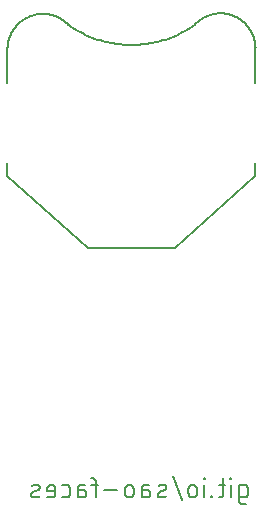
<source format=gbo>
G04 EAGLE Gerber X2 export*
G75*
%MOMM*%
%FSLAX34Y34*%
%LPD*%
%AMOC8*
5,1,8,0,0,1.08239X$1,22.5*%
G01*
%ADD10C,0.152400*%
%ADD11C,0.203200*%


D10*
X345056Y85852D02*
X349571Y85852D01*
X349672Y85854D01*
X349773Y85860D01*
X349874Y85869D01*
X349975Y85882D01*
X350075Y85899D01*
X350174Y85920D01*
X350272Y85944D01*
X350369Y85972D01*
X350466Y86004D01*
X350561Y86039D01*
X350654Y86078D01*
X350746Y86120D01*
X350837Y86166D01*
X350926Y86215D01*
X351012Y86267D01*
X351097Y86323D01*
X351180Y86381D01*
X351260Y86443D01*
X351338Y86508D01*
X351414Y86575D01*
X351487Y86645D01*
X351557Y86718D01*
X351624Y86794D01*
X351689Y86872D01*
X351751Y86952D01*
X351809Y87035D01*
X351865Y87120D01*
X351917Y87206D01*
X351966Y87295D01*
X352012Y87386D01*
X352054Y87478D01*
X352093Y87571D01*
X352128Y87666D01*
X352160Y87763D01*
X352188Y87860D01*
X352212Y87958D01*
X352233Y88057D01*
X352250Y88157D01*
X352263Y88258D01*
X352272Y88359D01*
X352278Y88460D01*
X352280Y88561D01*
X352281Y88561D02*
X352281Y93980D01*
X352280Y93980D02*
X352278Y94081D01*
X352272Y94182D01*
X352263Y94283D01*
X352250Y94384D01*
X352233Y94484D01*
X352212Y94583D01*
X352188Y94681D01*
X352160Y94778D01*
X352128Y94875D01*
X352093Y94970D01*
X352054Y95063D01*
X352012Y95155D01*
X351966Y95246D01*
X351917Y95335D01*
X351865Y95421D01*
X351809Y95506D01*
X351751Y95589D01*
X351689Y95669D01*
X351624Y95747D01*
X351557Y95823D01*
X351487Y95896D01*
X351414Y95966D01*
X351338Y96033D01*
X351260Y96098D01*
X351180Y96160D01*
X351097Y96218D01*
X351012Y96274D01*
X350926Y96326D01*
X350837Y96375D01*
X350746Y96421D01*
X350654Y96463D01*
X350561Y96502D01*
X350466Y96537D01*
X350369Y96569D01*
X350272Y96597D01*
X350174Y96621D01*
X350075Y96642D01*
X349975Y96659D01*
X349874Y96672D01*
X349773Y96681D01*
X349672Y96687D01*
X349571Y96689D01*
X345056Y96689D01*
X345056Y83143D01*
X345058Y83042D01*
X345064Y82941D01*
X345073Y82840D01*
X345086Y82739D01*
X345103Y82639D01*
X345124Y82540D01*
X345148Y82442D01*
X345176Y82345D01*
X345208Y82248D01*
X345243Y82153D01*
X345282Y82060D01*
X345324Y81968D01*
X345370Y81877D01*
X345419Y81789D01*
X345471Y81702D01*
X345527Y81617D01*
X345585Y81534D01*
X345647Y81454D01*
X345712Y81376D01*
X345779Y81300D01*
X345849Y81227D01*
X345922Y81157D01*
X345998Y81090D01*
X346076Y81025D01*
X346156Y80963D01*
X346239Y80905D01*
X346324Y80849D01*
X346411Y80797D01*
X346499Y80748D01*
X346590Y80702D01*
X346682Y80660D01*
X346775Y80621D01*
X346870Y80586D01*
X346967Y80554D01*
X347064Y80526D01*
X347162Y80502D01*
X347261Y80481D01*
X347361Y80464D01*
X347462Y80451D01*
X347563Y80442D01*
X347664Y80436D01*
X347765Y80434D01*
X347765Y80433D02*
X351378Y80433D01*
X338174Y85852D02*
X338174Y96689D01*
X338626Y101205D02*
X338626Y102108D01*
X337723Y102108D01*
X337723Y101205D01*
X338626Y101205D01*
X333184Y96689D02*
X327765Y96689D01*
X331378Y102108D02*
X331378Y88561D01*
X331376Y88460D01*
X331370Y88359D01*
X331361Y88258D01*
X331348Y88157D01*
X331331Y88057D01*
X331310Y87958D01*
X331286Y87860D01*
X331258Y87763D01*
X331226Y87666D01*
X331191Y87571D01*
X331152Y87478D01*
X331110Y87386D01*
X331064Y87295D01*
X331015Y87206D01*
X330963Y87120D01*
X330907Y87035D01*
X330849Y86952D01*
X330787Y86872D01*
X330722Y86794D01*
X330655Y86718D01*
X330585Y86645D01*
X330512Y86575D01*
X330436Y86508D01*
X330358Y86443D01*
X330278Y86381D01*
X330195Y86323D01*
X330110Y86267D01*
X330024Y86215D01*
X329935Y86166D01*
X329844Y86120D01*
X329752Y86078D01*
X329659Y86039D01*
X329564Y86004D01*
X329467Y85972D01*
X329370Y85944D01*
X329272Y85920D01*
X329173Y85899D01*
X329073Y85882D01*
X328972Y85869D01*
X328871Y85860D01*
X328770Y85854D01*
X328669Y85852D01*
X327765Y85852D01*
X322474Y85852D02*
X322474Y86755D01*
X321570Y86755D01*
X321570Y85852D01*
X322474Y85852D01*
X315770Y85852D02*
X315770Y96689D01*
X316221Y101205D02*
X316221Y102108D01*
X315318Y102108D01*
X315318Y101205D01*
X316221Y101205D01*
X309482Y93077D02*
X309482Y89464D01*
X309482Y93077D02*
X309480Y93196D01*
X309474Y93316D01*
X309464Y93435D01*
X309450Y93553D01*
X309433Y93672D01*
X309411Y93789D01*
X309386Y93906D01*
X309356Y94021D01*
X309323Y94136D01*
X309286Y94250D01*
X309246Y94362D01*
X309201Y94473D01*
X309153Y94582D01*
X309102Y94690D01*
X309047Y94796D01*
X308988Y94900D01*
X308926Y95002D01*
X308861Y95102D01*
X308792Y95200D01*
X308720Y95296D01*
X308645Y95389D01*
X308568Y95479D01*
X308487Y95567D01*
X308403Y95652D01*
X308316Y95734D01*
X308227Y95814D01*
X308135Y95890D01*
X308041Y95964D01*
X307944Y96034D01*
X307846Y96101D01*
X307745Y96165D01*
X307641Y96225D01*
X307536Y96282D01*
X307429Y96335D01*
X307321Y96385D01*
X307211Y96431D01*
X307099Y96473D01*
X306986Y96512D01*
X306872Y96547D01*
X306757Y96578D01*
X306640Y96606D01*
X306523Y96629D01*
X306406Y96649D01*
X306287Y96665D01*
X306168Y96677D01*
X306049Y96685D01*
X305930Y96689D01*
X305810Y96689D01*
X305691Y96685D01*
X305572Y96677D01*
X305453Y96665D01*
X305334Y96649D01*
X305217Y96629D01*
X305100Y96606D01*
X304983Y96578D01*
X304868Y96547D01*
X304754Y96512D01*
X304641Y96473D01*
X304529Y96431D01*
X304419Y96385D01*
X304311Y96335D01*
X304204Y96282D01*
X304099Y96225D01*
X303995Y96165D01*
X303894Y96101D01*
X303796Y96034D01*
X303699Y95964D01*
X303605Y95890D01*
X303513Y95814D01*
X303424Y95734D01*
X303337Y95652D01*
X303253Y95567D01*
X303172Y95479D01*
X303095Y95389D01*
X303020Y95296D01*
X302948Y95200D01*
X302879Y95102D01*
X302814Y95002D01*
X302752Y94900D01*
X302693Y94796D01*
X302638Y94690D01*
X302587Y94582D01*
X302539Y94473D01*
X302494Y94362D01*
X302454Y94250D01*
X302417Y94136D01*
X302384Y94021D01*
X302354Y93906D01*
X302329Y93789D01*
X302307Y93672D01*
X302290Y93553D01*
X302276Y93435D01*
X302266Y93316D01*
X302260Y93196D01*
X302258Y93077D01*
X302257Y93077D02*
X302257Y89464D01*
X302258Y89464D02*
X302260Y89345D01*
X302266Y89225D01*
X302276Y89106D01*
X302290Y88988D01*
X302307Y88869D01*
X302329Y88752D01*
X302354Y88635D01*
X302384Y88520D01*
X302417Y88405D01*
X302454Y88291D01*
X302494Y88179D01*
X302539Y88068D01*
X302587Y87959D01*
X302638Y87851D01*
X302693Y87745D01*
X302752Y87641D01*
X302814Y87539D01*
X302879Y87439D01*
X302948Y87341D01*
X303020Y87245D01*
X303095Y87152D01*
X303172Y87062D01*
X303253Y86974D01*
X303337Y86889D01*
X303424Y86807D01*
X303513Y86727D01*
X303605Y86651D01*
X303699Y86577D01*
X303796Y86507D01*
X303894Y86440D01*
X303995Y86376D01*
X304099Y86316D01*
X304204Y86259D01*
X304311Y86206D01*
X304419Y86156D01*
X304529Y86110D01*
X304641Y86068D01*
X304754Y86029D01*
X304868Y85994D01*
X304983Y85963D01*
X305100Y85935D01*
X305217Y85912D01*
X305334Y85892D01*
X305453Y85876D01*
X305572Y85864D01*
X305691Y85856D01*
X305810Y85852D01*
X305930Y85852D01*
X306049Y85856D01*
X306168Y85864D01*
X306287Y85876D01*
X306406Y85892D01*
X306523Y85912D01*
X306640Y85935D01*
X306757Y85963D01*
X306872Y85994D01*
X306986Y86029D01*
X307099Y86068D01*
X307211Y86110D01*
X307321Y86156D01*
X307429Y86206D01*
X307536Y86259D01*
X307641Y86316D01*
X307745Y86376D01*
X307846Y86440D01*
X307944Y86507D01*
X308041Y86577D01*
X308135Y86651D01*
X308227Y86727D01*
X308316Y86807D01*
X308403Y86889D01*
X308487Y86974D01*
X308568Y87062D01*
X308645Y87152D01*
X308720Y87245D01*
X308792Y87341D01*
X308861Y87439D01*
X308926Y87539D01*
X308988Y87641D01*
X309047Y87745D01*
X309102Y87851D01*
X309153Y87959D01*
X309201Y88068D01*
X309246Y88179D01*
X309286Y88291D01*
X309323Y88405D01*
X309356Y88520D01*
X309386Y88635D01*
X309411Y88752D01*
X309433Y88869D01*
X309450Y88988D01*
X309464Y89106D01*
X309474Y89225D01*
X309480Y89345D01*
X309482Y89464D01*
X296456Y84046D02*
X289231Y103914D01*
X282076Y92174D02*
X277560Y90368D01*
X282076Y92174D02*
X282164Y92211D01*
X282250Y92252D01*
X282335Y92296D01*
X282418Y92344D01*
X282498Y92395D01*
X282577Y92449D01*
X282653Y92507D01*
X282727Y92567D01*
X282799Y92631D01*
X282867Y92697D01*
X282933Y92767D01*
X282996Y92838D01*
X283057Y92913D01*
X283114Y92989D01*
X283167Y93068D01*
X283218Y93149D01*
X283265Y93232D01*
X283309Y93317D01*
X283349Y93404D01*
X283386Y93492D01*
X283419Y93582D01*
X283449Y93673D01*
X283474Y93765D01*
X283496Y93858D01*
X283514Y93952D01*
X283529Y94046D01*
X283539Y94141D01*
X283545Y94237D01*
X283548Y94332D01*
X283547Y94428D01*
X283541Y94523D01*
X283532Y94619D01*
X283519Y94713D01*
X283503Y94807D01*
X283482Y94901D01*
X283457Y94993D01*
X283429Y95084D01*
X283397Y95174D01*
X283362Y95263D01*
X283323Y95350D01*
X283280Y95436D01*
X283234Y95520D01*
X283184Y95601D01*
X283132Y95681D01*
X283076Y95759D01*
X283016Y95834D01*
X282954Y95906D01*
X282889Y95976D01*
X282821Y96044D01*
X282751Y96108D01*
X282678Y96170D01*
X282602Y96228D01*
X282524Y96284D01*
X282444Y96336D01*
X282362Y96385D01*
X282278Y96430D01*
X282192Y96472D01*
X282105Y96511D01*
X282016Y96546D01*
X281925Y96577D01*
X281834Y96604D01*
X281741Y96628D01*
X281648Y96648D01*
X281554Y96664D01*
X281459Y96676D01*
X281364Y96685D01*
X281268Y96689D01*
X281173Y96690D01*
X280926Y96683D01*
X280680Y96671D01*
X280434Y96653D01*
X280188Y96628D01*
X279944Y96598D01*
X279700Y96562D01*
X279457Y96521D01*
X279215Y96473D01*
X278974Y96419D01*
X278735Y96360D01*
X278497Y96295D01*
X278261Y96224D01*
X278026Y96148D01*
X277793Y96066D01*
X277563Y95978D01*
X277335Y95885D01*
X277108Y95787D01*
X277560Y90367D02*
X277472Y90330D01*
X277386Y90289D01*
X277301Y90245D01*
X277218Y90197D01*
X277138Y90146D01*
X277059Y90092D01*
X276983Y90034D01*
X276909Y89974D01*
X276837Y89910D01*
X276769Y89844D01*
X276703Y89774D01*
X276640Y89703D01*
X276579Y89628D01*
X276522Y89552D01*
X276469Y89473D01*
X276418Y89392D01*
X276371Y89309D01*
X276327Y89224D01*
X276287Y89137D01*
X276250Y89049D01*
X276217Y88959D01*
X276187Y88868D01*
X276162Y88776D01*
X276140Y88683D01*
X276122Y88589D01*
X276107Y88495D01*
X276097Y88400D01*
X276091Y88304D01*
X276088Y88209D01*
X276089Y88113D01*
X276095Y88018D01*
X276104Y87922D01*
X276117Y87828D01*
X276133Y87734D01*
X276154Y87640D01*
X276179Y87548D01*
X276207Y87457D01*
X276239Y87367D01*
X276274Y87278D01*
X276313Y87191D01*
X276356Y87105D01*
X276402Y87021D01*
X276452Y86940D01*
X276504Y86860D01*
X276560Y86782D01*
X276620Y86707D01*
X276682Y86635D01*
X276747Y86565D01*
X276815Y86497D01*
X276885Y86433D01*
X276958Y86371D01*
X277034Y86313D01*
X277112Y86257D01*
X277192Y86205D01*
X277274Y86156D01*
X277358Y86111D01*
X277444Y86069D01*
X277531Y86030D01*
X277620Y85995D01*
X277711Y85964D01*
X277802Y85937D01*
X277895Y85913D01*
X277988Y85893D01*
X278082Y85877D01*
X278177Y85865D01*
X278272Y85856D01*
X278368Y85852D01*
X278463Y85851D01*
X278463Y85852D02*
X278825Y85861D01*
X279187Y85879D01*
X279548Y85906D01*
X279908Y85941D01*
X280268Y85984D01*
X280627Y86036D01*
X280984Y86097D01*
X281339Y86166D01*
X281693Y86243D01*
X282045Y86329D01*
X282395Y86423D01*
X282743Y86526D01*
X283088Y86636D01*
X283430Y86755D01*
X266796Y92174D02*
X262732Y92174D01*
X266796Y92174D02*
X266908Y92172D01*
X267019Y92166D01*
X267130Y92156D01*
X267241Y92143D01*
X267351Y92125D01*
X267460Y92103D01*
X267569Y92078D01*
X267677Y92049D01*
X267783Y92016D01*
X267889Y91979D01*
X267993Y91939D01*
X268095Y91895D01*
X268196Y91847D01*
X268295Y91796D01*
X268393Y91741D01*
X268488Y91683D01*
X268581Y91622D01*
X268672Y91557D01*
X268761Y91489D01*
X268847Y91418D01*
X268930Y91345D01*
X269011Y91268D01*
X269090Y91188D01*
X269165Y91106D01*
X269237Y91021D01*
X269307Y90934D01*
X269373Y90844D01*
X269436Y90752D01*
X269496Y90657D01*
X269552Y90561D01*
X269605Y90463D01*
X269654Y90363D01*
X269700Y90261D01*
X269742Y90158D01*
X269781Y90053D01*
X269816Y89947D01*
X269847Y89840D01*
X269874Y89732D01*
X269898Y89623D01*
X269917Y89513D01*
X269933Y89403D01*
X269945Y89292D01*
X269953Y89180D01*
X269957Y89069D01*
X269957Y88957D01*
X269953Y88846D01*
X269945Y88734D01*
X269933Y88623D01*
X269917Y88513D01*
X269898Y88403D01*
X269874Y88294D01*
X269847Y88186D01*
X269816Y88079D01*
X269781Y87973D01*
X269742Y87868D01*
X269700Y87765D01*
X269654Y87663D01*
X269605Y87563D01*
X269552Y87465D01*
X269496Y87369D01*
X269436Y87274D01*
X269373Y87182D01*
X269307Y87092D01*
X269237Y87005D01*
X269165Y86920D01*
X269090Y86838D01*
X269011Y86758D01*
X268930Y86681D01*
X268847Y86608D01*
X268761Y86537D01*
X268672Y86469D01*
X268581Y86404D01*
X268488Y86343D01*
X268393Y86285D01*
X268295Y86230D01*
X268196Y86179D01*
X268095Y86131D01*
X267993Y86087D01*
X267889Y86047D01*
X267783Y86010D01*
X267677Y85977D01*
X267569Y85948D01*
X267460Y85923D01*
X267351Y85901D01*
X267241Y85883D01*
X267130Y85870D01*
X267019Y85860D01*
X266908Y85854D01*
X266796Y85852D01*
X262732Y85852D01*
X262732Y93980D01*
X262734Y94081D01*
X262740Y94182D01*
X262749Y94283D01*
X262762Y94384D01*
X262779Y94484D01*
X262800Y94583D01*
X262824Y94681D01*
X262852Y94778D01*
X262884Y94875D01*
X262919Y94970D01*
X262958Y95063D01*
X263000Y95155D01*
X263046Y95246D01*
X263095Y95335D01*
X263147Y95421D01*
X263203Y95506D01*
X263261Y95589D01*
X263323Y95669D01*
X263388Y95747D01*
X263455Y95823D01*
X263525Y95896D01*
X263598Y95966D01*
X263674Y96033D01*
X263752Y96098D01*
X263832Y96160D01*
X263915Y96218D01*
X264000Y96274D01*
X264087Y96326D01*
X264175Y96375D01*
X264266Y96421D01*
X264358Y96463D01*
X264451Y96502D01*
X264546Y96537D01*
X264643Y96569D01*
X264740Y96597D01*
X264838Y96621D01*
X264937Y96642D01*
X265037Y96659D01*
X265138Y96672D01*
X265239Y96681D01*
X265340Y96687D01*
X265441Y96689D01*
X269053Y96689D01*
X255815Y93077D02*
X255815Y89464D01*
X255815Y93077D02*
X255813Y93196D01*
X255807Y93316D01*
X255797Y93435D01*
X255783Y93553D01*
X255766Y93672D01*
X255744Y93789D01*
X255719Y93906D01*
X255689Y94021D01*
X255656Y94136D01*
X255619Y94250D01*
X255579Y94362D01*
X255534Y94473D01*
X255486Y94582D01*
X255435Y94690D01*
X255380Y94796D01*
X255321Y94900D01*
X255259Y95002D01*
X255194Y95102D01*
X255125Y95200D01*
X255053Y95296D01*
X254978Y95389D01*
X254901Y95479D01*
X254820Y95567D01*
X254736Y95652D01*
X254649Y95734D01*
X254560Y95814D01*
X254468Y95890D01*
X254374Y95964D01*
X254277Y96034D01*
X254179Y96101D01*
X254078Y96165D01*
X253974Y96225D01*
X253869Y96282D01*
X253762Y96335D01*
X253654Y96385D01*
X253544Y96431D01*
X253432Y96473D01*
X253319Y96512D01*
X253205Y96547D01*
X253090Y96578D01*
X252973Y96606D01*
X252856Y96629D01*
X252739Y96649D01*
X252620Y96665D01*
X252501Y96677D01*
X252382Y96685D01*
X252263Y96689D01*
X252143Y96689D01*
X252024Y96685D01*
X251905Y96677D01*
X251786Y96665D01*
X251667Y96649D01*
X251550Y96629D01*
X251433Y96606D01*
X251316Y96578D01*
X251201Y96547D01*
X251087Y96512D01*
X250974Y96473D01*
X250862Y96431D01*
X250752Y96385D01*
X250644Y96335D01*
X250537Y96282D01*
X250432Y96225D01*
X250328Y96165D01*
X250227Y96101D01*
X250129Y96034D01*
X250032Y95964D01*
X249938Y95890D01*
X249846Y95814D01*
X249757Y95734D01*
X249670Y95652D01*
X249586Y95567D01*
X249505Y95479D01*
X249428Y95389D01*
X249353Y95296D01*
X249281Y95200D01*
X249212Y95102D01*
X249147Y95002D01*
X249085Y94900D01*
X249026Y94796D01*
X248971Y94690D01*
X248920Y94582D01*
X248872Y94473D01*
X248827Y94362D01*
X248787Y94250D01*
X248750Y94136D01*
X248717Y94021D01*
X248687Y93906D01*
X248662Y93789D01*
X248640Y93672D01*
X248623Y93553D01*
X248609Y93435D01*
X248599Y93316D01*
X248593Y93196D01*
X248591Y93077D01*
X248590Y93077D02*
X248590Y89464D01*
X248591Y89464D02*
X248593Y89345D01*
X248599Y89225D01*
X248609Y89106D01*
X248623Y88988D01*
X248640Y88869D01*
X248662Y88752D01*
X248687Y88635D01*
X248717Y88520D01*
X248750Y88405D01*
X248787Y88291D01*
X248827Y88179D01*
X248872Y88068D01*
X248920Y87959D01*
X248971Y87851D01*
X249026Y87745D01*
X249085Y87641D01*
X249147Y87539D01*
X249212Y87439D01*
X249281Y87341D01*
X249353Y87245D01*
X249428Y87152D01*
X249505Y87062D01*
X249586Y86974D01*
X249670Y86889D01*
X249757Y86807D01*
X249846Y86727D01*
X249938Y86651D01*
X250032Y86577D01*
X250129Y86507D01*
X250227Y86440D01*
X250328Y86376D01*
X250432Y86316D01*
X250537Y86259D01*
X250644Y86206D01*
X250752Y86156D01*
X250862Y86110D01*
X250974Y86068D01*
X251087Y86029D01*
X251201Y85994D01*
X251316Y85963D01*
X251433Y85935D01*
X251550Y85912D01*
X251667Y85892D01*
X251786Y85876D01*
X251905Y85864D01*
X252024Y85856D01*
X252143Y85852D01*
X252263Y85852D01*
X252382Y85856D01*
X252501Y85864D01*
X252620Y85876D01*
X252739Y85892D01*
X252856Y85912D01*
X252973Y85935D01*
X253090Y85963D01*
X253205Y85994D01*
X253319Y86029D01*
X253432Y86068D01*
X253544Y86110D01*
X253654Y86156D01*
X253762Y86206D01*
X253869Y86259D01*
X253974Y86316D01*
X254078Y86376D01*
X254179Y86440D01*
X254277Y86507D01*
X254374Y86577D01*
X254468Y86651D01*
X254560Y86727D01*
X254649Y86807D01*
X254736Y86889D01*
X254820Y86974D01*
X254901Y87062D01*
X254978Y87152D01*
X255053Y87245D01*
X255125Y87341D01*
X255194Y87439D01*
X255259Y87539D01*
X255321Y87641D01*
X255380Y87745D01*
X255435Y87851D01*
X255486Y87959D01*
X255534Y88068D01*
X255579Y88179D01*
X255619Y88291D01*
X255656Y88405D01*
X255689Y88520D01*
X255719Y88635D01*
X255744Y88752D01*
X255766Y88869D01*
X255783Y88988D01*
X255797Y89106D01*
X255807Y89225D01*
X255813Y89345D01*
X255815Y89464D01*
X241990Y92174D02*
X231153Y92174D01*
X223665Y85852D02*
X223665Y99399D01*
X223664Y99399D02*
X223662Y99500D01*
X223656Y99601D01*
X223647Y99702D01*
X223634Y99803D01*
X223617Y99903D01*
X223596Y100002D01*
X223572Y100100D01*
X223544Y100197D01*
X223512Y100294D01*
X223477Y100389D01*
X223438Y100482D01*
X223396Y100574D01*
X223350Y100665D01*
X223301Y100754D01*
X223249Y100840D01*
X223193Y100925D01*
X223135Y101008D01*
X223073Y101088D01*
X223008Y101166D01*
X222941Y101242D01*
X222871Y101315D01*
X222798Y101385D01*
X222722Y101452D01*
X222644Y101517D01*
X222564Y101579D01*
X222481Y101637D01*
X222396Y101693D01*
X222310Y101745D01*
X222221Y101794D01*
X222130Y101840D01*
X222038Y101882D01*
X221945Y101921D01*
X221850Y101956D01*
X221753Y101988D01*
X221656Y102016D01*
X221558Y102040D01*
X221459Y102061D01*
X221359Y102078D01*
X221258Y102091D01*
X221157Y102100D01*
X221056Y102106D01*
X220955Y102108D01*
X220052Y102108D01*
X220052Y96689D02*
X225471Y96689D01*
X212607Y92174D02*
X208543Y92174D01*
X212607Y92174D02*
X212719Y92172D01*
X212830Y92166D01*
X212941Y92156D01*
X213052Y92143D01*
X213162Y92125D01*
X213271Y92103D01*
X213380Y92078D01*
X213488Y92049D01*
X213594Y92016D01*
X213700Y91979D01*
X213804Y91939D01*
X213906Y91895D01*
X214007Y91847D01*
X214106Y91796D01*
X214204Y91741D01*
X214299Y91683D01*
X214392Y91622D01*
X214483Y91557D01*
X214572Y91489D01*
X214658Y91418D01*
X214741Y91345D01*
X214822Y91268D01*
X214901Y91188D01*
X214976Y91106D01*
X215048Y91021D01*
X215118Y90934D01*
X215184Y90844D01*
X215247Y90752D01*
X215307Y90657D01*
X215363Y90561D01*
X215416Y90463D01*
X215465Y90363D01*
X215511Y90261D01*
X215553Y90158D01*
X215592Y90053D01*
X215627Y89947D01*
X215658Y89840D01*
X215685Y89732D01*
X215709Y89623D01*
X215728Y89513D01*
X215744Y89403D01*
X215756Y89292D01*
X215764Y89180D01*
X215768Y89069D01*
X215768Y88957D01*
X215764Y88846D01*
X215756Y88734D01*
X215744Y88623D01*
X215728Y88513D01*
X215709Y88403D01*
X215685Y88294D01*
X215658Y88186D01*
X215627Y88079D01*
X215592Y87973D01*
X215553Y87868D01*
X215511Y87765D01*
X215465Y87663D01*
X215416Y87563D01*
X215363Y87465D01*
X215307Y87369D01*
X215247Y87274D01*
X215184Y87182D01*
X215118Y87092D01*
X215048Y87005D01*
X214976Y86920D01*
X214901Y86838D01*
X214822Y86758D01*
X214741Y86681D01*
X214658Y86608D01*
X214572Y86537D01*
X214483Y86469D01*
X214392Y86404D01*
X214299Y86343D01*
X214204Y86285D01*
X214106Y86230D01*
X214007Y86179D01*
X213906Y86131D01*
X213804Y86087D01*
X213700Y86047D01*
X213594Y86010D01*
X213488Y85977D01*
X213380Y85948D01*
X213271Y85923D01*
X213162Y85901D01*
X213052Y85883D01*
X212941Y85870D01*
X212830Y85860D01*
X212719Y85854D01*
X212607Y85852D01*
X208543Y85852D01*
X208543Y93980D01*
X208544Y93980D02*
X208546Y94081D01*
X208552Y94182D01*
X208561Y94283D01*
X208574Y94384D01*
X208591Y94484D01*
X208612Y94583D01*
X208636Y94681D01*
X208664Y94778D01*
X208696Y94875D01*
X208731Y94970D01*
X208770Y95063D01*
X208812Y95155D01*
X208858Y95246D01*
X208907Y95335D01*
X208959Y95421D01*
X209015Y95506D01*
X209073Y95589D01*
X209135Y95669D01*
X209200Y95747D01*
X209267Y95823D01*
X209337Y95896D01*
X209410Y95966D01*
X209486Y96033D01*
X209564Y96098D01*
X209644Y96160D01*
X209727Y96218D01*
X209812Y96274D01*
X209899Y96326D01*
X209987Y96375D01*
X210078Y96421D01*
X210170Y96463D01*
X210263Y96502D01*
X210358Y96537D01*
X210455Y96569D01*
X210552Y96597D01*
X210650Y96621D01*
X210749Y96642D01*
X210849Y96659D01*
X210950Y96672D01*
X211051Y96681D01*
X211152Y96687D01*
X211253Y96689D01*
X214865Y96689D01*
X198900Y85852D02*
X195287Y85852D01*
X198900Y85852D02*
X199001Y85854D01*
X199102Y85860D01*
X199203Y85869D01*
X199304Y85882D01*
X199404Y85899D01*
X199503Y85920D01*
X199601Y85944D01*
X199698Y85972D01*
X199795Y86004D01*
X199890Y86039D01*
X199983Y86078D01*
X200075Y86120D01*
X200166Y86166D01*
X200255Y86215D01*
X200341Y86267D01*
X200426Y86323D01*
X200509Y86381D01*
X200589Y86443D01*
X200667Y86508D01*
X200743Y86575D01*
X200816Y86645D01*
X200886Y86718D01*
X200953Y86794D01*
X201018Y86872D01*
X201080Y86952D01*
X201138Y87035D01*
X201194Y87120D01*
X201246Y87206D01*
X201295Y87295D01*
X201341Y87386D01*
X201383Y87478D01*
X201422Y87571D01*
X201457Y87666D01*
X201489Y87763D01*
X201517Y87860D01*
X201541Y87958D01*
X201562Y88057D01*
X201579Y88157D01*
X201592Y88258D01*
X201601Y88359D01*
X201607Y88460D01*
X201609Y88561D01*
X201609Y93980D01*
X201607Y94081D01*
X201601Y94182D01*
X201592Y94283D01*
X201579Y94384D01*
X201562Y94484D01*
X201541Y94583D01*
X201517Y94681D01*
X201489Y94778D01*
X201457Y94875D01*
X201422Y94970D01*
X201383Y95063D01*
X201341Y95155D01*
X201295Y95246D01*
X201246Y95335D01*
X201194Y95421D01*
X201138Y95506D01*
X201080Y95589D01*
X201018Y95669D01*
X200953Y95747D01*
X200886Y95823D01*
X200816Y95896D01*
X200743Y95966D01*
X200667Y96033D01*
X200589Y96098D01*
X200509Y96160D01*
X200426Y96218D01*
X200341Y96274D01*
X200255Y96326D01*
X200166Y96375D01*
X200075Y96421D01*
X199983Y96463D01*
X199890Y96502D01*
X199795Y96537D01*
X199698Y96569D01*
X199601Y96597D01*
X199503Y96621D01*
X199404Y96642D01*
X199304Y96659D01*
X199203Y96672D01*
X199102Y96681D01*
X199001Y96687D01*
X198900Y96689D01*
X195287Y96689D01*
X186934Y85852D02*
X182418Y85852D01*
X186934Y85852D02*
X187035Y85854D01*
X187136Y85860D01*
X187237Y85869D01*
X187338Y85882D01*
X187438Y85899D01*
X187537Y85920D01*
X187635Y85944D01*
X187732Y85972D01*
X187829Y86004D01*
X187924Y86039D01*
X188017Y86078D01*
X188109Y86120D01*
X188200Y86166D01*
X188289Y86215D01*
X188375Y86267D01*
X188460Y86323D01*
X188543Y86381D01*
X188623Y86443D01*
X188701Y86508D01*
X188777Y86575D01*
X188850Y86645D01*
X188920Y86718D01*
X188987Y86794D01*
X189052Y86872D01*
X189114Y86952D01*
X189172Y87035D01*
X189228Y87120D01*
X189280Y87206D01*
X189329Y87295D01*
X189375Y87386D01*
X189417Y87478D01*
X189456Y87571D01*
X189491Y87666D01*
X189523Y87763D01*
X189551Y87860D01*
X189575Y87958D01*
X189596Y88057D01*
X189613Y88157D01*
X189626Y88258D01*
X189635Y88359D01*
X189641Y88460D01*
X189643Y88561D01*
X189643Y93077D01*
X189642Y93077D02*
X189640Y93196D01*
X189634Y93316D01*
X189624Y93435D01*
X189610Y93553D01*
X189593Y93672D01*
X189571Y93789D01*
X189546Y93906D01*
X189516Y94021D01*
X189483Y94136D01*
X189446Y94250D01*
X189406Y94362D01*
X189361Y94473D01*
X189313Y94582D01*
X189262Y94690D01*
X189207Y94796D01*
X189148Y94900D01*
X189086Y95002D01*
X189021Y95102D01*
X188952Y95200D01*
X188880Y95296D01*
X188805Y95389D01*
X188728Y95479D01*
X188647Y95567D01*
X188563Y95652D01*
X188476Y95734D01*
X188387Y95814D01*
X188295Y95890D01*
X188201Y95964D01*
X188104Y96034D01*
X188006Y96101D01*
X187905Y96165D01*
X187801Y96225D01*
X187696Y96282D01*
X187589Y96335D01*
X187481Y96385D01*
X187371Y96431D01*
X187259Y96473D01*
X187146Y96512D01*
X187032Y96547D01*
X186917Y96578D01*
X186800Y96606D01*
X186683Y96629D01*
X186566Y96649D01*
X186447Y96665D01*
X186328Y96677D01*
X186209Y96685D01*
X186090Y96689D01*
X185970Y96689D01*
X185851Y96685D01*
X185732Y96677D01*
X185613Y96665D01*
X185494Y96649D01*
X185377Y96629D01*
X185260Y96606D01*
X185143Y96578D01*
X185028Y96547D01*
X184914Y96512D01*
X184801Y96473D01*
X184689Y96431D01*
X184579Y96385D01*
X184471Y96335D01*
X184364Y96282D01*
X184259Y96225D01*
X184155Y96165D01*
X184054Y96101D01*
X183956Y96034D01*
X183859Y95964D01*
X183765Y95890D01*
X183673Y95814D01*
X183584Y95734D01*
X183497Y95652D01*
X183413Y95567D01*
X183332Y95479D01*
X183255Y95389D01*
X183180Y95296D01*
X183108Y95200D01*
X183039Y95102D01*
X182974Y95002D01*
X182912Y94900D01*
X182853Y94796D01*
X182798Y94690D01*
X182747Y94582D01*
X182699Y94473D01*
X182654Y94362D01*
X182614Y94250D01*
X182577Y94136D01*
X182544Y94021D01*
X182514Y93906D01*
X182489Y93789D01*
X182467Y93672D01*
X182450Y93553D01*
X182436Y93435D01*
X182426Y93316D01*
X182420Y93196D01*
X182418Y93077D01*
X182418Y91271D01*
X189643Y91271D01*
X174741Y92174D02*
X170226Y90368D01*
X174741Y92174D02*
X174829Y92211D01*
X174915Y92252D01*
X175000Y92296D01*
X175083Y92344D01*
X175163Y92395D01*
X175242Y92449D01*
X175318Y92507D01*
X175392Y92567D01*
X175464Y92631D01*
X175532Y92697D01*
X175598Y92767D01*
X175661Y92838D01*
X175722Y92913D01*
X175779Y92989D01*
X175832Y93068D01*
X175883Y93149D01*
X175930Y93232D01*
X175974Y93317D01*
X176014Y93404D01*
X176051Y93492D01*
X176084Y93582D01*
X176114Y93673D01*
X176139Y93765D01*
X176161Y93858D01*
X176179Y93952D01*
X176194Y94046D01*
X176204Y94141D01*
X176210Y94237D01*
X176213Y94332D01*
X176212Y94428D01*
X176206Y94523D01*
X176197Y94619D01*
X176184Y94713D01*
X176168Y94807D01*
X176147Y94901D01*
X176122Y94993D01*
X176094Y95084D01*
X176062Y95174D01*
X176027Y95263D01*
X175988Y95350D01*
X175945Y95436D01*
X175899Y95520D01*
X175849Y95601D01*
X175797Y95681D01*
X175741Y95759D01*
X175681Y95834D01*
X175619Y95906D01*
X175554Y95976D01*
X175486Y96044D01*
X175416Y96108D01*
X175343Y96170D01*
X175267Y96228D01*
X175189Y96284D01*
X175109Y96336D01*
X175027Y96385D01*
X174943Y96430D01*
X174857Y96472D01*
X174770Y96511D01*
X174681Y96546D01*
X174590Y96577D01*
X174499Y96604D01*
X174406Y96628D01*
X174313Y96648D01*
X174219Y96664D01*
X174124Y96676D01*
X174029Y96685D01*
X173933Y96689D01*
X173838Y96690D01*
X173591Y96683D01*
X173345Y96671D01*
X173099Y96653D01*
X172853Y96628D01*
X172609Y96598D01*
X172365Y96562D01*
X172122Y96521D01*
X171880Y96473D01*
X171639Y96419D01*
X171400Y96360D01*
X171162Y96295D01*
X170926Y96224D01*
X170691Y96148D01*
X170458Y96066D01*
X170228Y95978D01*
X170000Y95885D01*
X169773Y95787D01*
X170225Y90367D02*
X170137Y90330D01*
X170051Y90289D01*
X169966Y90245D01*
X169883Y90197D01*
X169803Y90146D01*
X169724Y90092D01*
X169648Y90034D01*
X169574Y89974D01*
X169502Y89910D01*
X169434Y89844D01*
X169368Y89774D01*
X169305Y89703D01*
X169244Y89628D01*
X169187Y89552D01*
X169134Y89473D01*
X169083Y89392D01*
X169036Y89309D01*
X168992Y89224D01*
X168952Y89137D01*
X168915Y89049D01*
X168882Y88959D01*
X168852Y88868D01*
X168827Y88776D01*
X168805Y88683D01*
X168787Y88589D01*
X168772Y88495D01*
X168762Y88400D01*
X168756Y88304D01*
X168753Y88209D01*
X168754Y88113D01*
X168760Y88018D01*
X168769Y87922D01*
X168782Y87828D01*
X168798Y87734D01*
X168819Y87640D01*
X168844Y87548D01*
X168872Y87457D01*
X168904Y87367D01*
X168939Y87278D01*
X168978Y87191D01*
X169021Y87105D01*
X169067Y87021D01*
X169117Y86940D01*
X169169Y86860D01*
X169225Y86782D01*
X169285Y86707D01*
X169347Y86635D01*
X169412Y86565D01*
X169480Y86497D01*
X169550Y86433D01*
X169623Y86371D01*
X169699Y86313D01*
X169777Y86257D01*
X169857Y86205D01*
X169939Y86156D01*
X170023Y86111D01*
X170109Y86069D01*
X170196Y86030D01*
X170285Y85995D01*
X170376Y85964D01*
X170467Y85937D01*
X170560Y85913D01*
X170653Y85893D01*
X170747Y85877D01*
X170842Y85865D01*
X170937Y85856D01*
X171033Y85852D01*
X171128Y85851D01*
X171129Y85852D02*
X171491Y85861D01*
X171853Y85879D01*
X172214Y85906D01*
X172574Y85941D01*
X172934Y85984D01*
X173293Y86036D01*
X173650Y86097D01*
X174005Y86166D01*
X174359Y86243D01*
X174711Y86329D01*
X175061Y86423D01*
X175409Y86526D01*
X175754Y86636D01*
X176096Y86755D01*
D11*
X217000Y296890D02*
X291000Y296890D01*
X359000Y357590D01*
X217000Y296890D02*
X149000Y357590D01*
X201000Y485590D02*
X202865Y484318D01*
X204761Y483091D01*
X206686Y481911D01*
X208639Y480779D01*
X210619Y479695D01*
X212626Y478659D01*
X214657Y477673D01*
X216711Y476737D01*
X218788Y475851D01*
X220886Y475016D01*
X223003Y474233D01*
X225139Y473502D01*
X227293Y472823D01*
X229462Y472197D01*
X231646Y471624D01*
X233843Y471104D01*
X236052Y470639D01*
X238272Y470227D01*
X240502Y469870D01*
X242739Y469568D01*
X244983Y469320D01*
X247233Y469127D01*
X249486Y468989D01*
X251742Y468907D01*
X254000Y468879D01*
X256258Y468907D01*
X258514Y468989D01*
X260767Y469127D01*
X263017Y469320D01*
X265261Y469568D01*
X267498Y469870D01*
X269728Y470227D01*
X271948Y470639D01*
X274157Y471104D01*
X276354Y471624D01*
X278538Y472197D01*
X280707Y472823D01*
X282861Y473502D01*
X284997Y474233D01*
X287114Y475016D01*
X289212Y475851D01*
X291289Y476737D01*
X293343Y477673D01*
X295374Y478659D01*
X297381Y479695D01*
X299361Y480779D01*
X301314Y481911D01*
X303239Y483091D01*
X305135Y484318D01*
X307000Y485590D01*
X149000Y368590D02*
X149000Y357590D01*
X359000Y357590D02*
X359000Y368590D01*
X359000Y465590D02*
X359002Y466313D01*
X358986Y467036D01*
X358953Y467759D01*
X358902Y468480D01*
X358833Y469200D01*
X358748Y469919D01*
X358644Y470634D01*
X358523Y471348D01*
X358385Y472058D01*
X358230Y472764D01*
X358057Y473466D01*
X357867Y474164D01*
X357661Y474857D01*
X357437Y475545D01*
X357197Y476228D01*
X356940Y476904D01*
X356667Y477574D01*
X356378Y478236D01*
X356073Y478892D01*
X355751Y479540D01*
X355414Y480180D01*
X355062Y480812D01*
X354694Y481435D01*
X354311Y482048D01*
X353913Y482652D01*
X353501Y483247D01*
X353075Y483831D01*
X352634Y484404D01*
X352179Y484967D01*
X351711Y485518D01*
X351230Y486058D01*
X350735Y486586D01*
X350228Y487101D01*
X349708Y487604D01*
X349177Y488095D01*
X348633Y488572D01*
X348078Y489036D01*
X347512Y489486D01*
X346935Y489922D01*
X346348Y490344D01*
X345750Y490752D01*
X345143Y491145D01*
X344526Y491523D01*
X343901Y491886D01*
X343266Y492233D01*
X342624Y492565D01*
X341973Y492881D01*
X341315Y493182D01*
X340650Y493466D01*
X339978Y493734D01*
X339300Y493985D01*
X338616Y494220D01*
X337926Y494438D01*
X337231Y494639D01*
X336532Y494823D01*
X335828Y494991D01*
X335121Y495140D01*
X334410Y495273D01*
X333696Y495388D01*
X332979Y495486D01*
X332260Y495566D01*
X331540Y495629D01*
X330818Y495674D01*
X330095Y495702D01*
X329372Y495712D01*
X328649Y495704D01*
X327926Y495679D01*
X327204Y495636D01*
X326483Y495576D01*
X325764Y495498D01*
X325047Y495402D01*
X324332Y495289D01*
X323621Y495159D01*
X322913Y495011D01*
X322209Y494846D01*
X321509Y494665D01*
X320813Y494466D01*
X320123Y494250D01*
X319438Y494017D01*
X318759Y493768D01*
X318086Y493502D01*
X317420Y493220D01*
X316761Y492922D01*
X316110Y492608D01*
X315466Y492278D01*
X314831Y491933D01*
X314204Y491572D01*
X313586Y491196D01*
X312977Y490805D01*
X312379Y490399D01*
X311790Y489979D01*
X311212Y489544D01*
X310644Y489096D01*
X310088Y488634D01*
X309543Y488159D01*
X309009Y487670D01*
X308488Y487168D01*
X307979Y486654D01*
X307483Y486128D01*
X307000Y485590D01*
X201000Y485590D02*
X200499Y486122D01*
X199986Y486642D01*
X199460Y487149D01*
X198922Y487643D01*
X198372Y488124D01*
X197811Y488591D01*
X197238Y489045D01*
X196655Y489484D01*
X196061Y489909D01*
X195456Y490320D01*
X194842Y490715D01*
X194219Y491096D01*
X193586Y491461D01*
X192944Y491810D01*
X192295Y492144D01*
X191637Y492462D01*
X190972Y492764D01*
X190299Y493049D01*
X189620Y493318D01*
X188935Y493570D01*
X188243Y493806D01*
X187546Y494024D01*
X186844Y494226D01*
X186137Y494410D01*
X185426Y494577D01*
X184711Y494726D01*
X183992Y494858D01*
X183271Y494973D01*
X182547Y495070D01*
X181821Y495149D01*
X181093Y495210D01*
X180364Y495254D01*
X179634Y495280D01*
X178903Y495288D01*
X178173Y495278D01*
X177443Y495251D01*
X176714Y495205D01*
X175986Y495142D01*
X175260Y495061D01*
X174536Y494963D01*
X173815Y494846D01*
X173097Y494713D01*
X172382Y494561D01*
X171672Y494393D01*
X170965Y494207D01*
X170264Y494004D01*
X169567Y493783D01*
X168876Y493546D01*
X168191Y493292D01*
X167513Y493022D01*
X166841Y492735D01*
X166176Y492432D01*
X165519Y492112D01*
X164870Y491777D01*
X164230Y491426D01*
X163598Y491059D01*
X162975Y490677D01*
X162362Y490280D01*
X161759Y489868D01*
X161166Y489442D01*
X160583Y489001D01*
X160012Y488546D01*
X159451Y488078D01*
X158903Y487595D01*
X158366Y487100D01*
X157841Y486592D01*
X157329Y486071D01*
X156830Y485537D01*
X156344Y484992D01*
X155872Y484435D01*
X155413Y483866D01*
X154968Y483287D01*
X154538Y482697D01*
X154122Y482096D01*
X153720Y481486D01*
X153334Y480866D01*
X152963Y480236D01*
X152608Y479598D01*
X152268Y478952D01*
X151944Y478297D01*
X151636Y477635D01*
X151345Y476965D01*
X151069Y476288D01*
X150811Y475605D01*
X150569Y474916D01*
X150344Y474221D01*
X150136Y473520D01*
X149945Y472815D01*
X149772Y472106D01*
X149615Y471392D01*
X149477Y470675D01*
X149356Y469955D01*
X149252Y469232D01*
X149166Y468506D01*
X149098Y467779D01*
X149047Y467050D01*
X149015Y466320D01*
X149000Y465590D01*
X359000Y465590D02*
X359000Y436590D01*
X149000Y436590D02*
X149000Y465590D01*
M02*

</source>
